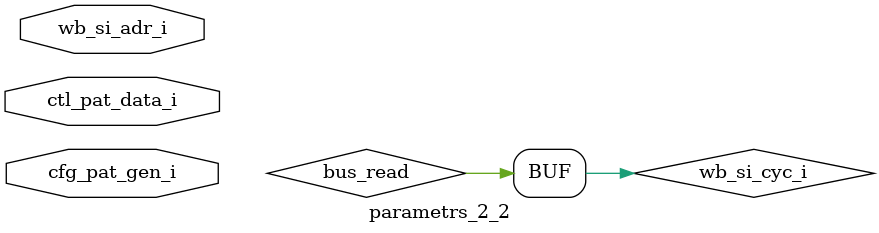
<source format=sv>


module parametrs_2_2 
    #(  
        parameter ADDR_WIDTH            =   12,
        parameter DATA_WIDTH            =   14,
        parameter NUM_REGS              =   2,
        parameter SEL_WIDTH             =   (DATA_WIDTH/8),
        parameter SUB_REGS_DATA_WIDTH   =   (ADDR_WIDTH > DATA_WIDTH) ? ADDR_WIDTH : DATA_WIDTH
    )(
        input   [ADDR_WIDTH-1:0]            wb_si_adr_i,
        input                               cfg_pat_gen_i,
        input   [SUB_REGS_DATA_WIDTH-1:0]   ctl_pat_data_i
);
    wire bus_read;
    wire no_pg_gen_ack;

    //bus read operation indicator
    assign bus_read = wb_si_cyc_i;

    parametrs_2_1 #(
        .ADDR_WIDTH             (ADDR_WIDTH), 
        .DATA_WIDTH             (DATA_WIDTH), 
        .NUM_REGS               (NUM_REGS)) 
    core (
        .si_addr_i              (wb_si_adr_i),
        .cfg_pat_gen_i          (cfg_pat_gen_i),
        .ctl_pat_data_i         (ctl_pat_data_i),
        .nopg_o                 (no_pg_gen_ack)
        );

endmodule
</source>
